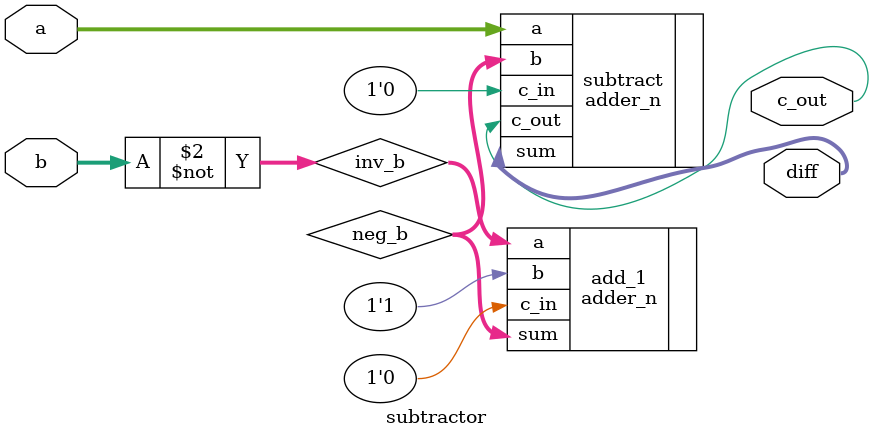
<source format=sv>
module subtractor(a, b, diff, c_out);
// Performs the operation a - b, although edge cases will need more thought (how to deal with overflows?)

parameter N = 32;
input wire [N-1:0] a, b;
output logic [N-1:0] diff;
output logic c_out;

logic [N-1:0] inv_b;
always_comb inv_b = ~b;
logic [N-1:0] neg_b;

adder_n #(.N(N)) add_1(.a(inv_b), .b(1'b1), .c_in(1'b0), .sum(neg_b));

adder_n #(.N(N)) subtract(.a(a), .b(neg_b), .c_in(1'b0), .sum(diff), .c_out(c_out));

endmodule
</source>
